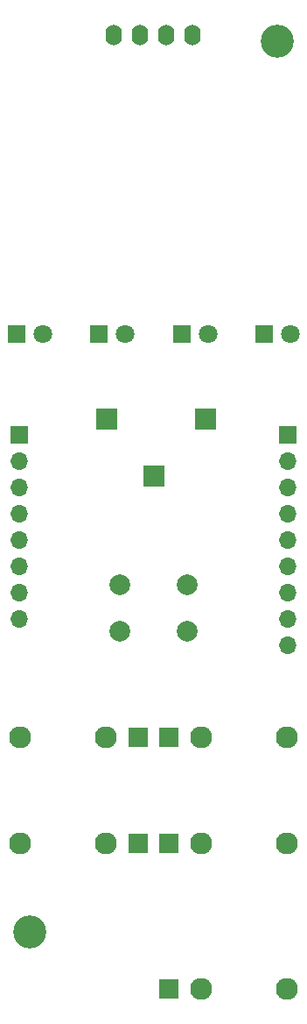
<source format=gts>
%TF.GenerationSoftware,KiCad,Pcbnew,(5.1.6)-1*%
%TF.CreationDate,2021-08-09T18:08:13+02:00*%
%TF.ProjectId,4ch_Sampler_comtrol,3463685f-5361-46d7-906c-65725f636f6d,rev?*%
%TF.SameCoordinates,Original*%
%TF.FileFunction,Soldermask,Top*%
%TF.FilePolarity,Negative*%
%FSLAX46Y46*%
G04 Gerber Fmt 4.6, Leading zero omitted, Abs format (unit mm)*
G04 Created by KiCad (PCBNEW (5.1.6)-1) date 2021-08-09 18:08:13*
%MOMM*%
%LPD*%
G01*
G04 APERTURE LIST*
%ADD10O,1.700000X1.700000*%
%ADD11R,1.700000X1.700000*%
%ADD12R,2.000000X2.000000*%
%ADD13C,2.000000*%
%ADD14C,3.200000*%
%ADD15C,2.130000*%
%ADD16R,1.830000X1.930000*%
%ADD17C,1.800000*%
%ADD18R,1.800000X1.800000*%
%ADD19O,1.600000X2.000000*%
G04 APERTURE END LIST*
D10*
%TO.C,Conn2*%
X163000000Y-101320000D03*
X163000000Y-98780000D03*
X163000000Y-96240000D03*
X163000000Y-93700000D03*
X163000000Y-91160000D03*
X163000000Y-88620000D03*
X163000000Y-86080000D03*
X163000000Y-83540000D03*
D11*
X163000000Y-81000000D03*
%TD*%
D12*
%TO.C,TOUCH3*%
X150000000Y-85000000D03*
%TD*%
%TO.C,TOUCH2*%
X155000000Y-79500000D03*
%TD*%
%TO.C,TOUCH1*%
X145500000Y-79500000D03*
%TD*%
D13*
%TO.C,SW1*%
X153250000Y-95500000D03*
X153250000Y-100000000D03*
X146750000Y-95500000D03*
X146750000Y-100000000D03*
%TD*%
D11*
%TO.C,Conn1*%
X137000000Y-81000000D03*
D10*
X137000000Y-83540000D03*
X137000000Y-86080000D03*
X137000000Y-88620000D03*
X137000000Y-91160000D03*
X137000000Y-93700000D03*
X137000000Y-96240000D03*
X137000000Y-98780000D03*
%TD*%
D14*
%TO.C,MT3*%
X138000000Y-129000000D03*
%TD*%
%TO.C,MT4*%
X162000000Y-43000000D03*
%TD*%
D15*
%TO.C,J5*%
X162900000Y-134500000D03*
D16*
X151500000Y-134500000D03*
D15*
X154600000Y-134500000D03*
%TD*%
%TO.C,J4*%
X162900000Y-120500000D03*
D16*
X151500000Y-120500000D03*
D15*
X154600000Y-120500000D03*
%TD*%
%TO.C,J3*%
X137100000Y-120500000D03*
D16*
X148500000Y-120500000D03*
D15*
X145400000Y-120500000D03*
%TD*%
%TO.C,J2*%
X162900000Y-110250000D03*
D16*
X151500000Y-110250000D03*
D15*
X154600000Y-110250000D03*
%TD*%
%TO.C,J1*%
X137100000Y-110250000D03*
D16*
X148500000Y-110250000D03*
D15*
X145400000Y-110250000D03*
%TD*%
D17*
%TO.C,D14*%
X163290000Y-71250000D03*
D18*
X160750000Y-71250000D03*
%TD*%
D17*
%TO.C,D11*%
X155290000Y-71250000D03*
D18*
X152750000Y-71250000D03*
%TD*%
D17*
%TO.C,D8*%
X147290000Y-71250000D03*
D18*
X144750000Y-71250000D03*
%TD*%
D17*
%TO.C,D5*%
X139290000Y-71250000D03*
D18*
X136750000Y-71250000D03*
%TD*%
D19*
%TO.C,Brd1*%
X148670000Y-42400000D03*
X146130000Y-42400000D03*
X151210000Y-42400000D03*
X153750000Y-42400000D03*
%TD*%
M02*

</source>
